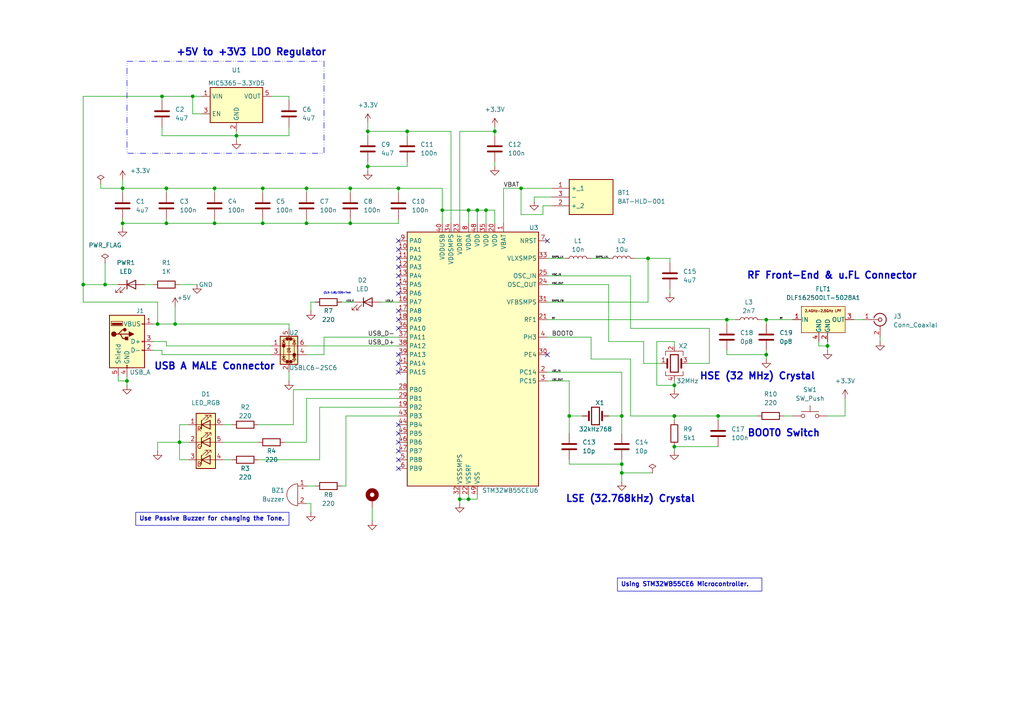
<source format=kicad_sch>
(kicad_sch (version 20231120) (generator "eeschema") (generator_version "8.0")
  (paper "A4")
  (title_block (title "Programmable RGB and Buzzer with USB") (date "2024-07-05") (rev "v.01") (company "Vaibhav Nrupnarayan"))
  (lib_symbols
    (symbol "Connector:Conn_Coaxial" (pin_names (offset 1.016) hide)
      (property "Reference" "J" (at 0.254 3.048 0))
      (property "Value" "Conn_Coaxial" (at 2.921 0 90))
      (symbol "Conn_Coaxial_1_1"
        (pin passive line (at -5.08 0 0) (length 2.54) (name "In") (number "1"))
        (pin passive line (at 0 -5.08 90) (length 2.54) (name "Ext") (number "2"))
      )
    )
    (symbol "Connector:USB_A" (pin_names (offset 1.016))
      (property "Reference" "J" (at -5.08 11.43 0))
      (property "Value" "USB_A" (at -5.08 8.89 0))
      (symbol "USB_A_1_1"
        (pin power_in line (at 7.62 5.08 180) (length 2.54) (name "VBUS") (number "1"))
        (pin bidirectional line (at 7.62 -2.54 180) (length 2.54) (name "D-") (number "2"))
        (pin bidirectional line (at 7.62 0 180) (length 2.54) (name "D+") (number "3"))
        (pin power_in line (at 0 -10.16 90) (length 2.54) (name "GND") (number "4"))
        (pin passive line (at -2.54 -10.16 90) (length 2.54) (name "Shield") (number "5"))
      )
    )
    (symbol "Device:Buzzer" (pin_names (offset 0.0254) hide)
      (property "Reference" "BZ" (at 3.81 1.27 0))
      (property "Value" "Buzzer" (at 3.81 -1.27 0))
      (symbol "Buzzer_1_1"
        (pin passive line (at -2.54 2.54 0) (length 2.54) (name "+") (number "1"))
        (pin passive line (at -2.54 -2.54 0) (length 2.54) (name "-") (number "2"))
      )
    )
    (symbol "Device:C" (pin_numbers hide) (pin_names (offset 0.254))
      (property "Reference" "C" (at 0.635 2.54 0))
      (property "Value" "C" (at 0.635 -2.54 0))
      (symbol "C_1_1"
        (pin passive line (at 0 3.81 270) (length 2.794) (name "~") (number "1"))
        (pin passive line (at 0 -3.81 90) (length 2.794) (name "~") (number "2"))
      )
    )
    (symbol "Device:Crystal" (pin_numbers hide) (pin_names (offset 1.016) hide)
      (property "Reference" "Y" (at 0 3.81 0))
      (property "Value" "Crystal" (at 0 -3.81 0))
      (symbol "Crystal_1_1"
        (pin passive line (at -3.81 0 0) (length 1.27) (name "1") (number "1"))
        (pin passive line (at 3.81 0 180) (length 1.27) (name "2") (number "2"))
      )
    )
    (symbol "Device:Crystal_GND24" (pin_names (offset 1.016) hide)
      (property "Reference" "Y" (at 3.175 5.08 0))
      (property "Value" "Crystal_GND24" (at 3.175 3.175 0))
      (symbol "Crystal_GND24_1_1"
        (pin passive line (at -3.81 0 0) (length 1.27) (name "1") (number "1"))
        (pin passive line (at 0 5.08 270) (length 1.27) (name "2") (number "2"))
        (pin passive line (at 3.81 0 180) (length 1.27) (name "3") (number "3"))
        (pin passive line (at 0 -5.08 90) (length 1.27) (name "4") (number "4"))
      )
    )
    (symbol "Device:L" (pin_numbers hide) (pin_names (offset 1.016) hide)
      (property "Reference" "L" (at -1.27 0 90))
      (property "Value" "L" (at 1.905 0 90))
      (symbol "L_1_1"
        (pin passive line (at 0 3.81 270) (length 1.27) (name "1") (number "1"))
        (pin passive line (at 0 -3.81 90) (length 1.27) (name "2") (number "2"))
      )
    )
    (symbol "Device:LED" (pin_numbers hide) (pin_names (offset 1.016) hide)
      (property "Reference" "D" (at 0 2.54 0))
      (property "Value" "LED" (at 0 -2.54 0))
      (symbol "LED_1_1"
        (pin passive line (at -3.81 0 0) (length 2.54) (name "K") (number "1"))
        (pin passive line (at 3.81 0 180) (length 2.54) (name "A") (number "2"))
      )
    )
    (symbol "Device:LED_RGB" (pin_names (offset 0) hide)
      (property "Reference" "D" (at 0 9.398 0))
      (property "Value" "LED_RGB" (at 0 -8.89 0))
      (symbol "LED_RGB_0_0"
        (text "B" (at -1.905 -6.35 0) (effects (font (size 1.27 1.27))))
        (text "G" (at -1.905 -1.27 0) (effects (font (size 1.27 1.27))))
        (text "R" (at -1.905 3.81 0) (effects (font (size 1.27 1.27))))
      )
      (symbol "LED_RGB_1_1"
        (pin passive line (at -5.08 5.08 0) (length 2.54) (name "RK") (number "1"))
        (pin passive line (at -5.08 0 0) (length 2.54) (name "GK") (number "2"))
        (pin passive line (at -5.08 -5.08 0) (length 2.54) (name "BK") (number "3"))
        (pin passive line (at 5.08 -5.08 180) (length 2.54) (name "BA") (number "4"))
        (pin passive line (at 5.08 0 180) (length 2.54) (name "GA") (number "5"))
        (pin passive line (at 5.08 5.08 180) (length 2.54) (name "RA") (number "6"))
      )
    )
    (symbol "Device:R" (pin_numbers hide) (pin_names (offset 0))
      (property "Reference" "R" (at 2.032 0 90))
      (property "Value" "R" (at 0 0 90))
      (symbol "R_1_1"
        (pin passive line (at 0 3.81 270) (length 1.27) (name "~") (number "1"))
        (pin passive line (at 0 -3.81 90) (length 1.27) (name "~") (number "2"))
      )
    )
    (symbol "MCU_ST_STM32WB:STM32WB55CEUx"
      (property "Reference" "U" (at -17.78 39.37 0))
      (property "Value" "STM32WB55CEUx" (at 12.7 39.37 0))
      (symbol "STM32WB55CEUx_1_1"
        (pin power_in line (at -7.62 40.64 270) (length 2.54) (name "VBAT") (number "1"))
        (pin bidirectional line (at 22.86 33.02 180) (length 2.54) (name "PA1") (number "10"))
        (pin bidirectional line (at 22.86 30.48 180) (length 2.54) (name "PA2") (number "11"))
        (pin bidirectional line (at 22.86 27.94 180) (length 2.54) (name "PA3") (number "12"))
        (pin bidirectional line (at 22.86 25.4 180) (length 2.54) (name "PA4") (number "13"))
        (pin bidirectional line (at 22.86 22.86 180) (length 2.54) (name "PA5") (number "14"))
        (pin bidirectional line (at 22.86 20.32 180) (length 2.54) (name "PA6") (number "15"))
        (pin bidirectional line (at 22.86 17.78 180) (length 2.54) (name "PA7") (number "16"))
        (pin bidirectional line (at 22.86 15.24 180) (length 2.54) (name "PA8") (number "17"))
        (pin bidirectional line (at 22.86 12.7 180) (length 2.54) (name "PA9") (number "18"))
        (pin bidirectional line (at 22.86 -12.7 180) (length 2.54) (name "PB2") (number "19"))
        (pin bidirectional line (at -20.32 -2.54 0) (length 2.54) (name "PC14") (number "2"))
        (pin power_in line (at -5.08 40.64 270) (length 2.54) (name "VDD") (number "20"))
        (pin bidirectional line (at -20.32 12.7 0) (length 2.54) (name "RF1") (number "21"))
        (pin power_in line (at 2.54 -38.1 90) (length 2.54) (name "VSSRF") (number "22"))
        (pin power_in line (at 5.08 40.64 270) (length 2.54) (name "VDDRF") (number "23"))
        (pin input line (at -20.32 22.86 0) (length 2.54) (name "OSC_OUT") (number "24"))
        (pin input line (at -20.32 25.4 0) (length 2.54) (name "OSC_IN") (number "25"))
        (pin no_connect line (at -17.78 -35.56 0) (length 2.54) hide (name "AT0") (number "26"))
        (pin no_connect line (at -17.78 -33.02 0) (length 2.54) hide (name "AT1") (number "27"))
        (pin bidirectional line (at 22.86 -7.62 180) (length 2.54) (name "PB0") (number "28"))
        (pin bidirectional line (at 22.86 -10.16 180) (length 2.54) (name "PB1") (number "29"))
        (pin bidirectional line (at -20.32 -5.08 0) (length 2.54) (name "PC15") (number "3"))
        (pin bidirectional line (at -20.32 2.54 0) (length 2.54) (name "PE4") (number "30"))
        (pin input line (at -20.32 17.78 0) (length 2.54) (name "VFBSMPS") (number "31"))
        (pin power_in line (at 5.08 -38.1 90) (length 2.54) (name "VSSSMPS") (number "32"))
        (pin power_in line (at -20.32 30.48 0) (length 2.54) (name "VLXSMPS") (number "33"))
        (pin power_in line (at 7.62 40.64 270) (length 2.54) (name "VDDSMPS") (number "34"))
        (pin power_in line (at -2.54 40.64 270) (length 2.54) (name "VDD") (number "35"))
        (pin bidirectional line (at 22.86 10.16 180) (length 2.54) (name "PA10") (number "36"))
        (pin bidirectional line (at 22.86 7.62 180) (length 2.54) (name "PA11") (number "37"))
        (pin bidirectional line (at 22.86 5.08 180) (length 2.54) (name "PA12") (number "38"))
        (pin bidirectional line (at 22.86 2.54 180) (length 2.54) (name "PA13") (number "39"))
        (pin bidirectional line (at -20.32 7.62 0) (length 2.54) (name "PH3") (number "4"))
        (pin power_in line (at 10.16 40.64 270) (length 2.54) (name "VDDUSB") (number "40"))
        (pin bidirectional line (at 22.86 0 180) (length 2.54) (name "PA14") (number "41"))
        (pin bidirectional line (at 22.86 -2.54 180) (length 2.54) (name "PA15") (number "42"))
        (pin bidirectional line (at 22.86 -15.24 180) (length 2.54) (name "PB3") (number "43"))
        (pin bidirectional line (at 22.86 -17.78 180) (length 2.54) (name "PB4") (number "44"))
        (pin bidirectional line (at 22.86 -20.32 180) (length 2.54) (name "PB5") (number "45"))
        (pin bidirectional line (at 22.86 -22.86 180) (length 2.54) (name "PB6") (number "46"))
        (pin bidirectional line (at 22.86 -25.4 180) (length 2.54) (name "PB7") (number "47"))
        (pin power_in line (at 0 40.64 270) (length 2.54) (name "VDD") (number "48"))
        (pin power_in line (at 0 -38.1 90) (length 2.54) (name "VSS") (number "49"))
        (pin bidirectional line (at 22.86 -27.94 180) (length 2.54) (name "PB8") (number "5"))
        (pin bidirectional line (at 22.86 -30.48 180) (length 2.54) (name "PB9") (number "6"))
        (pin input line (at -20.32 35.56 0) (length 2.54) (name "NRST") (number "7"))
        (pin power_in line (at 2.54 40.64 270) (length 2.54) (name "VDDA") (number "8"))
        (pin bidirectional line (at 22.86 35.56 180) (length 2.54) (name "PA0") (number "9"))
      )
    )
    (symbol "Mechanical:MountingHole_Pad" (pin_numbers hide) (pin_names (offset 1.016) hide) (exclude_from_sim yes) (in_bom no)
      (property "Reference" "H" (at 0 6.35 0))
      (property "Value" "MountingHole_Pad" (at 0 4.445 0))
      (symbol "MountingHole_Pad_1_1"
        (pin input line (at 0 -2.54 90) (length 2.54) (name "1") (number "1"))
      )
    )
    (symbol "Power_Protection:USBLC6-2SC6" (pin_names hide)
      (property "Reference" "U" (at 0.635 5.715 0))
      (property "Value" "USBLC6-2SC6" (at 0.635 3.81 0))
      (symbol "USBLC6-2SC6_1_1"
        (pin passive line (at -5.08 0 0) (length 2.54) (name "I/O1") (number "1"))
        (pin passive line (at 0 -7.62 90) (length 2.54) (name "GND") (number "2"))
        (pin passive line (at -5.08 -2.54 0) (length 2.54) (name "I/O2") (number "3"))
        (pin passive line (at 5.08 -2.54 180) (length 2.54) (name "I/O2") (number "4"))
        (pin passive line (at 0 5.08 270) (length 2.54) (name "VBUS") (number "5"))
        (pin passive line (at 5.08 0 180) (length 2.54) (name "I/O1") (number "6"))
      )
    )
    (symbol "Regulator_Linear:MIC5365-3.3YD5"
      (property "Reference" "U" (at -7.62 6.35 0))
      (property "Value" "MIC5365-3.3YD5" (at 0 6.35 0))
      (symbol "MIC5365-3.3YD5_1_1"
        (pin power_in line (at -10.16 2.54 0) (length 2.54) (name "VIN") (number "1"))
        (pin power_in line (at 0 -7.62 90) (length 2.54) (name "GND") (number "2"))
        (pin input line (at -10.16 -2.54 0) (length 2.54) (name "EN") (number "3"))
        (pin no_connect line (at 7.62 -2.54 180) (length 2.54) hide (name "NC") (number "4"))
        (pin power_out line (at 10.16 2.54 180) (length 2.54) (name "VOUT") (number "5"))
      )
    )
    (symbol "STM32withBle_SchematicSymbol:DLF162500LT-5028A1" (pin_names (offset 0.0129))
      (property "Reference" "FLT1" (at 0 8.89 0))
      (property "Value" "DLF162500LT-5028A1" (at 0 6.35 0))
      (symbol "DLF162500LT-5028A1_0_0"
        (pin passive line (at -8.89 0 0) (length 2.54) (name "IN") (number "1"))
        (pin passive line (at 1.27 -6.35 90) (length 2.54) (name "GND") (number "2"))
        (pin passive line (at 8.89 0 180) (length 2.54) (name "OUT") (number "3"))
        (pin passive line (at -1.27 -6.35 90) (length 2.54) (name "GND") (number "4"))
      )
      (symbol "DLF162500LT-5028A1_1_1"
        (text "2.4GHz-2.5GHz LPF" (at 0 2.54 0) (effects (font (size 0.7 0.7))))
      )
    )
    (symbol "Switch:SW_Push" (pin_numbers hide) (pin_names (offset 1.016) hide)
      (property "Reference" "SW" (at 1.27 2.54 0))
      (property "Value" "SW_Push" (at 0 -1.524 0))
      (symbol "SW_Push_0_1"
        (pin passive line (at -5.08 0 0) (length 2.54) (name "1") (number "1"))
        (pin passive line (at 5.08 0 180) (length 2.54) (name "2") (number "2"))
      )
    )
    (symbol "battery Holder CR2032 001:BAT-HLD-001"
      (property "Reference" "BT" (at 19.05 7.62 0))
      (property "Value" "BAT-HLD-001" (at 19.05 5.08 0))
      (symbol "BAT-HLD-001_1_1"
        (pin passive line (at 0 0 0) (length 5.08) (name "+_1") (number "1"))
        (pin passive line (at 0 -5.08 0) (length 5.08) (name "+_2") (number "2"))
        (pin passive line (at 0 -2.54 0) (length 5.08) (name "-") (number "3"))
      )
    )
    (symbol "power:+3.3V" (power) (pin_numbers hide) (pin_names (offset 0) hide)
      (property "Value" "+3.3V" (at 0 3.556 0))
      (symbol "+3.3V_1_1"
        (pin power_in line (at 0 0 90) (length 0) (name "~") (number "1"))
      )
    )
    (symbol "power:GND" (power) (pin_numbers hide) (pin_names (offset 0) hide)
      (property "Value" "GND" (at 0 -3.81 0))
      (symbol "GND_1_1"
        (pin power_in line (at 0 0 270) (length 0) (name "~") (number "1"))
      )
    )
    (symbol "power:PWR_FLAG" (power) (pin_numbers hide) (pin_names (offset 0) hide)
      (property "Value" "PWR_FLAG" (at 0 3.81 0))
      (symbol "PWR_FLAG_0_0"
        (pin power_out line (at 0 0 90) (length 0) (name "~") (number "1"))
      )
    )
  )
  (junction (at 52.07 128.27))
  (junction (at 76.2 54.61))
  (junction (at 180.34 137.16))
  (junction (at 135.89 144.78))
  (junction (at 55.88 27.94))
  (junction (at 68.58 39.37))
  (junction (at 48.26 64.77))
  (junction (at 50.8 93.98))
  (junction (at 165.1 120.65))
  (junction (at 195.58 120.65))
  (junction (at 208.28 120.65))
  (junction (at 138.43 60.96))
  (junction (at 101.6 54.61))
  (junction (at 135.89 60.96))
  (junction (at 115.57 54.61))
  (junction (at 222.25 92.71))
  (junction (at 240.03 100.33))
  (junction (at 62.23 64.77))
  (junction (at 187.96 74.93))
  (junction (at 222.25 102.87))
  (junction (at 46.99 27.94))
  (junction (at 35.56 64.77))
  (junction (at 76.2 64.77))
  (junction (at 140.97 60.96))
  (junction (at 88.9 54.61))
  (junction (at 195.58 111.76))
  (junction (at 88.9 64.77))
  (junction (at 30.48 82.55))
  (junction (at 35.56 54.61))
  (junction (at 133.35 144.78))
  (junction (at 62.23 54.61))
  (junction (at 151.13 54.61))
  (junction (at 106.68 38.1))
  (junction (at 36.83 110.49))
  (junction (at 101.6 64.77))
  (junction (at 180.34 134.62))
  (junction (at 143.51 38.1))
  (junction (at 128.27 60.96))
  (junction (at 48.26 54.61))
  (junction (at 210.82 92.71))
  (junction (at 45.72 93.98))
  (junction (at 180.34 120.65))
  (junction (at 106.68 48.26))
  (junction (at 118.11 38.1))
  (junction (at 195.58 129.54))
  (junction (at 24.13 82.55))
  (no_connect (at 115.57 77.47))
  (no_connect (at 115.57 72.39))
  (no_connect (at 115.57 80.01))
  (no_connect (at 115.57 128.27))
  (no_connect (at 115.57 74.93))
  (no_connect (at 115.57 125.73))
  (no_connect (at 115.57 107.95))
  (no_connect (at 115.57 123.19))
  (no_connect (at 115.57 105.41))
  (no_connect (at 115.57 130.81))
  (no_connect (at 115.57 90.17))
  (no_connect (at 115.57 82.55))
  (no_connect (at 158.75 102.87))
  (no_connect (at 115.57 92.71))
  (no_connect (at 115.57 102.87))
  (no_connect (at 115.57 85.09))
  (no_connect (at 158.75 69.85))
  (no_connect (at 115.57 133.35))
  (no_connect (at 115.57 95.25))
  (no_connect (at 115.57 135.89))
  (no_connect (at 115.57 69.85))
  (wire (pts (xy 106.68 35.56) (xy 106.68 38.1)))
  (wire (pts (xy 48.26 100.33) (xy 78.74 100.33)))
  (wire (pts (xy 210.82 102.87) (xy 222.25 102.87)))
  (wire (pts (xy 187.96 74.93) (xy 184.15 74.93)))
  (wire (pts (xy 165.1 120.65) (xy 168.91 120.65)))
  (wire (pts (xy 74.93 133.35) (xy 92.71 133.35)))
  (wire (pts (xy 143.51 46.99) (xy 143.51 48.26)))
  (wire (pts (xy 54.61 123.19) (xy 52.07 123.19)))
  (wire (pts (xy 195.58 111.76) (xy 195.58 113.03)))
  (wire (pts (xy 35.56 54.61) (xy 48.26 54.61)))
  (wire (pts (xy 83.82 107.95) (xy 83.82 110.49)))
  (wire (pts (xy 76.2 54.61) (xy 88.9 54.61)))
  (wire (pts (xy 106.68 38.1) (xy 118.11 38.1)))
  (wire (pts (xy 44.45 101.6) (xy 46.99 101.6)))
  (wire (pts (xy 46.99 36.83) (xy 46.99 39.37)))
  (wire (pts (xy 91.44 87.63) (xy 90.17 87.63)))
  (wire (pts (xy 35.56 64.77) (xy 48.26 64.77)))
  (wire (pts (xy 76.2 64.77) (xy 62.23 64.77)))
  (wire (pts (xy 176.53 82.55) (xy 176.53 99.06)))
  (wire (pts (xy 58.42 27.94) (xy 55.88 27.94)))
  (wire (pts (xy 180.34 107.95) (xy 158.75 107.95)))
  (wire (pts (xy 146.05 54.61) (xy 146.05 64.77)))
  (wire (pts (xy 46.99 39.37) (xy 68.58 39.37)))
  (wire (pts (xy 171.45 74.93) (xy 176.53 74.93)))
  (wire (pts (xy 151.13 62.23) (xy 151.13 54.61)))
  (wire (pts (xy 88.9 63.5) (xy 88.9 64.77)))
  (wire (pts (xy 106.68 48.26) (xy 106.68 49.53)))
  (wire (pts (xy 208.28 121.92) (xy 208.28 120.65)))
  (wire (pts (xy 171.45 104.14) (xy 182.88 104.14)))
  (wire (pts (xy 62.23 55.88) (xy 62.23 54.61)))
  (wire (pts (xy 138.43 143.51) (xy 138.43 144.78)))
  (wire (pts (xy 133.35 38.1) (xy 143.51 38.1)))
  (wire (pts (xy 158.75 74.93) (xy 163.83 74.93)))
  (wire (pts (xy 115.57 54.61) (xy 115.57 55.88)))
  (wire (pts (xy 88.9 140.97) (xy 91.44 140.97)))
  (wire (pts (xy 157.48 59.69) (xy 160.02 59.69)))
  (wire (pts (xy 135.89 60.96) (xy 128.27 60.96)))
  (wire (pts (xy 92.71 133.35) (xy 92.71 118.11)))
  (wire (pts (xy 171.45 97.79) (xy 171.45 104.14)))
  (wire (pts (xy 208.28 120.65) (xy 219.71 120.65)))
  (wire (pts (xy 247.65 92.71) (xy 250.19 92.71)))
  (wire (pts (xy 52.07 82.55) (xy 57.15 82.55)))
  (wire (pts (xy 99.06 87.63) (xy 102.87 87.63)))
  (wire (pts (xy 90.17 87.63) (xy 90.17 90.17)))
  (wire (pts (xy 62.23 64.77) (xy 48.26 64.77)))
  (wire (pts (xy 106.68 46.99) (xy 106.68 48.26)))
  (wire (pts (xy 45.72 87.63) (xy 45.72 93.98)))
  (wire (pts (xy 180.34 120.65) (xy 180.34 125.73)))
  (wire (pts (xy 44.45 99.06) (xy 48.26 99.06)))
  (wire (pts (xy 76.2 55.88) (xy 76.2 54.61)))
  (wire (pts (xy 180.34 133.35) (xy 180.34 134.62)))
  (wire (pts (xy 245.11 120.65) (xy 240.03 120.65)))
  (wire (pts (xy 205.74 105.41) (xy 199.39 105.41)))
  (wire (pts (xy 182.88 80.01) (xy 182.88 95.25)))
  (wire (pts (xy 154.94 57.15) (xy 160.02 57.15)))
  (wire (pts (xy 62.23 63.5) (xy 62.23 64.77)))
  (wire (pts (xy 35.56 63.5) (xy 35.56 64.77)))
  (wire (pts (xy 46.99 29.21) (xy 46.99 27.94)))
  (wire (pts (xy 100.33 140.97) (xy 100.33 120.65)))
  (wire (pts (xy 48.26 55.88) (xy 48.26 54.61)))
  (wire (pts (xy 64.77 133.35) (xy 67.31 133.35)))
  (wire (pts (xy 222.25 101.6) (xy 222.25 102.87)))
  (wire (pts (xy 101.6 63.5) (xy 101.6 64.77)))
  (wire (pts (xy 52.07 128.27) (xy 45.72 128.27)))
  (wire (pts (xy 41.91 82.55) (xy 44.45 82.55)))
  (wire (pts (xy 143.51 60.96) (xy 140.97 60.96)))
  (wire (pts (xy 143.51 64.77) (xy 143.51 60.96)))
  (wire (pts (xy 195.58 100.33) (xy 195.58 99.06)))
  (wire (pts (xy 186.69 105.41) (xy 191.77 105.41)))
  (wire (pts (xy 194.31 74.93) (xy 187.96 74.93)))
  (wire (pts (xy 186.69 99.06) (xy 186.69 105.41)))
  (wire (pts (xy 195.58 120.65) (xy 208.28 120.65)))
  (wire (pts (xy 154.94 57.15) (xy 154.94 58.42)))
  (wire (pts (xy 78.74 27.94) (xy 83.82 27.94)))
  (wire (pts (xy 50.8 88.9) (xy 50.8 93.98)))
  (wire (pts (xy 55.88 27.94) (xy 55.88 33.02)))
  (wire (pts (xy 133.35 144.78) (xy 133.35 146.05)))
  (wire (pts (xy 158.75 87.63) (xy 187.96 87.63)))
  (wire (pts (xy 88.9 54.61) (xy 101.6 54.61)))
  (wire (pts (xy 24.13 27.94) (xy 46.99 27.94)))
  (wire (pts (xy 82.55 128.27) (xy 88.9 128.27)))
  (wire (pts (xy 157.48 62.23) (xy 151.13 62.23)))
  (wire (pts (xy 210.82 93.98) (xy 210.82 92.71)))
  (wire (pts (xy 85.09 123.19) (xy 85.09 113.03)))
  (wire (pts (xy 222.25 92.71) (xy 229.87 92.71)))
  (wire (pts (xy 58.42 33.02) (xy 55.88 33.02)))
  (wire (pts (xy 195.58 120.65) (xy 195.58 121.92)))
  (wire (pts (xy 135.89 143.51) (xy 135.89 144.78)))
  (wire (pts (xy 83.82 93.98) (xy 83.82 95.25)))
  (wire (pts (xy 176.53 99.06) (xy 186.69 99.06)))
  (wire (pts (xy 143.51 39.37) (xy 143.51 38.1)))
  (wire (pts (xy 165.1 133.35) (xy 165.1 134.62)))
  (wire (pts (xy 62.23 54.61) (xy 76.2 54.61)))
  (wire (pts (xy 190.5 111.76) (xy 195.58 111.76)))
  (wire (pts (xy 165.1 110.49) (xy 158.75 110.49)))
  (wire (pts (xy 118.11 38.1) (xy 130.81 38.1)))
  (wire (pts (xy 151.13 54.61) (xy 160.02 54.61)))
  (wire (pts (xy 180.34 134.62) (xy 180.34 137.16)))
  (wire (pts (xy 195.58 110.49) (xy 195.58 111.76)))
  (wire (pts (xy 195.58 99.06) (xy 190.5 99.06)))
  (wire (pts (xy 85.09 113.03) (xy 115.57 113.03)))
  (wire (pts (xy 210.82 101.6) (xy 210.82 102.87)))
  (wire (pts (xy 180.34 137.16) (xy 189.23 137.16)))
  (wire (pts (xy 118.11 46.99) (xy 118.11 48.26)))
  (wire (pts (xy 115.57 63.5) (xy 115.57 64.77)))
  (wire (pts (xy 138.43 60.96) (xy 135.89 60.96)))
  (wire (pts (xy 165.1 134.62) (xy 180.34 134.62)))
  (wire (pts (xy 46.99 102.87) (xy 78.74 102.87)))
  (wire (pts (xy 240.03 99.06) (xy 240.03 100.33)))
  (wire (pts (xy 34.29 109.22) (xy 34.29 110.49)))
  (wire (pts (xy 106.68 48.26) (xy 118.11 48.26)))
  (wire (pts (xy 83.82 27.94) (xy 83.82 29.21)))
  (wire (pts (xy 135.89 64.77) (xy 135.89 60.96)))
  (wire (pts (xy 165.1 110.49) (xy 165.1 120.65)))
  (wire (pts (xy 194.31 83.82) (xy 194.31 85.09)))
  (wire (pts (xy 64.77 128.27) (xy 74.93 128.27)))
  (wire (pts (xy 45.72 87.63) (xy 24.13 87.63)))
  (wire (pts (xy 237.49 99.06) (xy 237.49 100.33)))
  (wire (pts (xy 34.29 110.49) (xy 36.83 110.49)))
  (wire (pts (xy 101.6 54.61) (xy 115.57 54.61)))
  (wire (pts (xy 36.83 110.49) (xy 36.83 111.76)))
  (wire (pts (xy 30.48 82.55) (xy 34.29 82.55)))
  (wire (pts (xy 157.48 59.69) (xy 157.48 62.23)))
  (wire (pts (xy 52.07 133.35) (xy 52.07 128.27)))
  (wire (pts (xy 158.75 92.71) (xy 210.82 92.71)))
  (wire (pts (xy 106.68 39.37) (xy 106.68 38.1)))
  (wire (pts (xy 128.27 60.96) (xy 128.27 64.77)))
  (wire (pts (xy 88.9 100.33) (xy 115.57 100.33)))
  (wire (pts (xy 101.6 54.61) (xy 101.6 55.88)))
  (wire (pts (xy 222.25 102.87) (xy 222.25 104.14)))
  (wire (pts (xy 255.27 97.79) (xy 255.27 99.06)))
  (wire (pts (xy 48.26 99.06) (xy 48.26 100.33)))
  (wire (pts (xy 194.31 76.2) (xy 194.31 74.93)))
  (wire (pts (xy 222.25 92.71) (xy 222.25 93.98)))
  (wire (pts (xy 88.9 54.61) (xy 88.9 55.88)))
  (wire (pts (xy 180.34 137.16) (xy 180.34 139.7)))
  (wire (pts (xy 165.1 120.65) (xy 165.1 125.73)))
  (wire (pts (xy 92.71 118.11) (xy 115.57 118.11)))
  (wire (pts (xy 101.6 64.77) (xy 115.57 64.77)))
  (wire (pts (xy 64.77 123.19) (xy 67.31 123.19)))
  (wire (pts (xy 68.58 38.1) (xy 68.58 39.37)))
  (wire (pts (xy 54.61 128.27) (xy 52.07 128.27)))
  (wire (pts (xy 48.26 63.5) (xy 48.26 64.77)))
  (wire (pts (xy 140.97 60.96) (xy 138.43 60.96)))
  (wire (pts (xy 158.75 80.01) (xy 182.88 80.01)))
  (wire (pts (xy 182.88 120.65) (xy 195.58 120.65)))
  (wire (pts (xy 118.11 39.37) (xy 118.11 38.1)))
  (wire (pts (xy 240.03 100.33) (xy 240.03 101.6)))
  (wire (pts (xy 88.9 102.87) (xy 93.98 102.87)))
  (wire (pts (xy 146.05 54.61) (xy 151.13 54.61)))
  (wire (pts (xy 180.34 107.95) (xy 180.34 120.65)))
  (wire (pts (xy 158.75 82.55) (xy 176.53 82.55)))
  (wire (pts (xy 99.06 140.97) (xy 100.33 140.97)))
  (wire (pts (xy 100.33 120.65) (xy 115.57 120.65)))
  (wire (pts (xy 135.89 144.78) (xy 133.35 144.78)))
  (wire (pts (xy 29.21 54.61) (xy 35.56 54.61)))
  (wire (pts (xy 93.98 102.87) (xy 93.98 97.79)))
  (wire (pts (xy 220.98 92.71) (xy 222.25 92.71)))
  (wire (pts (xy 45.72 93.98) (xy 50.8 93.98)))
  (wire (pts (xy 88.9 128.27) (xy 88.9 115.57)))
  (wire (pts (xy 74.93 123.19) (xy 85.09 123.19)))
  (wire (pts (xy 195.58 129.54) (xy 195.58 130.81)))
  (wire (pts (xy 46.99 101.6) (xy 46.99 102.87)))
  (wire (pts (xy 29.21 53.34) (xy 29.21 54.61)))
  (wire (pts (xy 24.13 82.55) (xy 30.48 82.55)))
  (wire (pts (xy 245.11 115.57) (xy 245.11 120.65)))
  (wire (pts (xy 237.49 100.33) (xy 240.03 100.33)))
  (wire (pts (xy 83.82 39.37) (xy 68.58 39.37)))
  (wire (pts (xy 90.17 146.05) (xy 90.17 148.59)))
  (wire (pts (xy 138.43 144.78) (xy 135.89 144.78)))
  (wire (pts (xy 50.8 93.98) (xy 83.82 93.98)))
  (wire (pts (xy 93.98 97.79) (xy 115.57 97.79)))
  (wire (pts (xy 36.83 109.22) (xy 36.83 110.49)))
  (wire (pts (xy 88.9 146.05) (xy 90.17 146.05)))
  (wire (pts (xy 182.88 95.25) (xy 205.74 95.25)))
  (wire (pts (xy 158.75 97.79) (xy 171.45 97.79)))
  (wire (pts (xy 55.88 27.94) (xy 46.99 27.94)))
  (wire (pts (xy 45.72 128.27) (xy 45.72 130.81)))
  (wire (pts (xy 54.61 133.35) (xy 52.07 133.35)))
  (wire (pts (xy 107.95 147.32) (xy 107.95 151.13)))
  (wire (pts (xy 88.9 115.57) (xy 115.57 115.57)))
  (wire (pts (xy 143.51 36.83) (xy 143.51 38.1)))
  (wire (pts (xy 140.97 64.77) (xy 140.97 60.96)))
  (wire (pts (xy 128.27 54.61) (xy 128.27 60.96)))
  (wire (pts (xy 133.35 38.1) (xy 133.35 64.77)))
  (wire (pts (xy 190.5 99.06) (xy 190.5 111.76)))
  (wire (pts (xy 182.88 104.14) (xy 182.88 120.65)))
  (wire (pts (xy 35.56 55.88) (xy 35.56 54.61)))
  (wire (pts (xy 187.96 87.63) (xy 187.96 74.93)))
  (wire (pts (xy 52.07 123.19) (xy 52.07 128.27)))
  (wire (pts (xy 24.13 87.63) (xy 24.13 82.55)))
  (wire (pts (xy 195.58 129.54) (xy 208.28 129.54)))
  (wire (pts (xy 24.13 82.55) (xy 24.13 27.94)))
  (wire (pts (xy 76.2 63.5) (xy 76.2 64.77)))
  (wire (pts (xy 227.33 120.65) (xy 229.87 120.65)))
  (wire (pts (xy 101.6 64.77) (xy 88.9 64.77)))
  (wire (pts (xy 83.82 36.83) (xy 83.82 39.37)))
  (wire (pts (xy 44.45 93.98) (xy 45.72 93.98)))
  (wire (pts (xy 48.26 54.61) (xy 62.23 54.61)))
  (wire (pts (xy 210.82 92.71) (xy 213.36 92.71)))
  (wire (pts (xy 176.53 120.65) (xy 180.34 120.65)))
  (wire (pts (xy 130.81 38.1) (xy 130.81 64.77)))
  (wire (pts (xy 110.49 87.63) (xy 115.57 87.63)))
  (wire (pts (xy 115.57 54.61) (xy 128.27 54.61)))
  (wire (pts (xy 205.74 95.25) (xy 205.74 105.41)))
  (wire (pts (xy 76.2 64.77) (xy 88.9 64.77)))
  (wire (pts (xy 133.35 143.51) (xy 133.35 144.78)))
  (wire (pts (xy 35.56 64.77) (xy 35.56 66.04)))
  (wire (pts (xy 35.56 52.07) (xy 35.56 54.61)))
  (wire (pts (xy 138.43 64.77) (xy 138.43 60.96)))
  (wire (pts (xy 30.48 76.2) (xy 30.48 82.55)))
  (wire (pts (xy 68.58 39.37) (xy 68.58 40.64)))
  (rectangle (start 36.83 17.78) (end 93.98 44.45) (stroke (width 0) (type dash_dot_dot)))
  (text_box "Using STM32WB55CE6 Microcontroller.\n\n" (at 179.07 167.64 0) (size 41.91 3.81) (effects (font (size 1.27 1.27) (bold yes)) (justify left top)))
  (text_box "Use Passive Buzzer for changing the Tone." (at 39.37 148.59 0) (size 44.45 3.81) (effects (font (size 1.27 1.27) (thickness 0.254) (bold yes)) (justify left top)))
  (text "LSE (32.768kHz) Crystal\n" (at 182.88 144.78 0) (effects (font (size 2 2) (bold yes))))
  (text "(3.3-1.8)/220=7mA" (at 97.79 85.09 0) (effects (font (size 0.5 0.5))))
  (text "USB A MALE Connector\n\n" (at 62.23 107.95 0) (effects (font (size 2 2) (bold yes))))
  (text "BOOT0 Switch\n" (at 227.33 125.73 0) (effects (font (size 2 2) (bold yes))))
  (text "RF Front-End & u.FL Connector" (at 241.3 80.01 0) (effects (font (size 2 2) (bold yes))))
  (text "HSE (32 MHz) Crystal\n" (at 219.71 109.22 0) (effects (font (size 2 2) (bold yes))))
  (text "+5V to +3V3 LDO Regulator " (at 73.66 15.24 0) (effects (font (size 2 2) (thickness 0.4) (bold yes))))
  (label "HSC_OUT" (at 160.02 82.55 0) (effects (font (size 0.5 0.5))))
  (label "SMPS_LXL" (at 172.72 74.93 0) (effects (font (size 0.5 0.5))))
  (label "RF" (at 226.06 92.71 0) (effects (font (size 0.5 0.5))))
  (label "HSC_IN" (at 160.02 80.01 0) (effects (font (size 0.5 0.5))))
  (label "LED_A" (at 111.76 87.63 0) (effects (font (size 0.5 0.5))))
  (label "SMPS_FB" (at 160.02 87.63 0) (effects (font (size 0.5 0.5))))
  (label "LSE_OUT" (at 160.02 110.49 0) (effects (font (size 0.5 0.5))))
  (label "USB_D-" (at 106.68 97.79 0))
  (label "LED_K" (at 100.33 87.63 0) (effects (font (size 0.5 0.5))))
  (label "USB_D+" (at 106.68 100.33 0))
  (label "RF" (at 160.02 92.71 0) (effects (font (size 0.5 0.5))))
  (label "SMPS_LX" (at 160.02 74.93 0) (effects (font (size 0.5 0.5))))
  (label "LSE_IN" (at 160.02 107.95 0) (effects (font (size 0.5 0.5))))
  (label "VBAT" (at 146.05 54.61 0))
  (label "BOOT0" (at 160.02 97.79 0))
  (symbol (lib_id "power:GND") (at 35.56 66.04 0) (unit 1)
    (property "Reference" "#PWR02" (effects (hide yes)))
    (property "Value" "GND" (effects (hide yes)))
    (property "Description" "Power symbol creates a global label with name \"GND\" , ground" (effects (hide yes)))
  )
  (symbol (lib_id "Device:C") (at 106.68 43.18 0) (unit 1)
    (property "Reference" "C9" (at 110.49 41.9099 0) (effects (justify left)))
    (property "Value" "4u7" (at 110.49 44.4499 0) (effects (justify left)))
    (property "Footprint" "Capacitor_SMD:C_0805_2012Metric" (effects (hide yes)))
    (property "Description" "Unpolarized capacitor" (effects (hide yes)))
  )
  (symbol (lib_id "Device:C") (at 208.28 125.73 0) (unit 1)
    (property "Reference" "C17" (at 212.09 124.4599 0) (effects (justify left)))
    (property "Value" "100n" (at 212.09 126.9999 0) (effects (justify left)))
    (property "Footprint" "Capacitor_SMD:C_0805_2012Metric" (effects (hide yes)))
    (property "Description" "Unpolarized capacitor" (effects (hide yes)))
  )
  (symbol (lib_id "power:GND") (at 83.82 110.49 0) (mirror y) (unit 1)
    (property "Reference" "#PWR010" (effects (hide yes)))
    (property "Value" "GND" (effects (hide yes)))
    (property "Description" "Power symbol creates a global label with name \"GND\" , ground" (effects (hide yes)))
  )
  (symbol (lib_id "Device:LED_RGB") (at 59.69 128.27 0) (unit 1)
    (property "Reference" "D1" (at 59.69 114.3 0))
    (property "Value" "LED_RGB" (at 59.69 116.84 0))
    (property "Footprint" "LED_SMD:LED_Inolux_IN-P55TATRGB_PLCC6_5.0x5.5mm_P1.8mm" (effects (hide yes)))
    (property "Description" "RGB LED, 6 pin package" (effects (hide yes)))
  )
  (symbol (lib_id "Device:C") (at 222.25 97.79 0) (unit 1)
    (property "Reference" "C19" (at 226.06 96.5199 0) (effects (justify left)))
    (property "Value" "0p8" (at 226.06 99.0599 0) (effects (justify left)))
    (property "Footprint" "Capacitor_SMD:C_0805_2012Metric" (effects (hide yes)))
    (property "Description" "Unpolarized capacitor" (effects (hide yes)))
  )
  (symbol (lib_id "power:GND") (at 222.25 104.14 0) (unit 1)
    (property "Reference" "#PWR024" (effects (hide yes)))
    (property "Value" "GND" (effects (hide yes)))
    (property "Description" "Power symbol creates a global label with name \"GND\" , ground" (effects (hide yes)))
  )
  (symbol (lib_id "power:PWR_FLAG") (at 30.48 76.2 0) (unit 1)
    (property "Reference" "#FLG02" (effects (hide yes)))
    (property "Value" "PWR_FLAG" (at 30.48 71.12 0))
    (property "Description" "Special symbol for telling ERC where power comes from" (effects (hide yes)))
  )
  (symbol (lib_id "power:GND") (at 194.31 85.09 0) (unit 1)
    (property "Reference" "#PWR020" (effects (hide yes)))
    (property "Value" "GND" (effects (hide yes)))
    (property "Description" "Power symbol creates a global label with name \"GND\" , ground" (effects (hide yes)))
  )
  (symbol (lib_id "Device:Crystal_GND24") (at 195.58 105.41 0) (unit 1)
    (property "Reference" "X2" (at 198.12 100.33 0))
    (property "Value" "32MHz" (at 199.39 110.49 0))
    (property "Footprint" "Crystal:Crystal_SMD_2016-4Pin_2.0x1.6mm" (effects (hide yes)))
    (property "Description" "Four pin crystal, GND on pins 2 and 4" (effects (hide yes)))
  )
  (symbol (lib_id "Device:LED") (at 38.1 82.55 0) (unit 1)
    (property "Reference" "PWR1" (at 36.5125 76.2 0))
    (property "Value" "LED" (at 36.5125 78.74 0))
    (property "Footprint" "LED_SMD:LED_0805_2012Metric" (effects (hide yes)))
    (property "Description" "Light emitting diode" (effects (hide yes)))
  )
  (symbol (lib_id "Device:R") (at 78.74 128.27 90) (unit 1)
    (property "Reference" "R4" (at 78.74 130.81 90))
    (property "Value" "220" (at 78.74 133.35 90))
    (property "Footprint" "Resistor_SMD:R_0805_2012Metric" (effects (hide yes)))
    (property "Description" "Resistor" (effects (hide yes)))
  )
  (symbol (lib_id "power:GND") (at 195.58 113.03 0) (unit 1)
    (property "Reference" "#PWR021" (effects (hide yes)))
    (property "Value" "GND" (effects (hide yes)))
    (property "Description" "Power symbol creates a global label with name \"GND\" , ground" (effects (hide yes)))
  )
  (symbol (lib_id "Device:R") (at 195.58 125.73 0) (unit 1)
    (property "Reference" "R9" (at 198.12 124.4599 0) (effects (justify left)))
    (property "Value" "5k1" (at 198.12 126.9999 0) (effects (justify left)))
    (property "Footprint" "Resistor_SMD:R_0805_2012Metric" (effects (hide yes)))
    (property "Description" "Resistor" (effects (hide yes)))
  )
  (symbol (lib_id "power:+3.3V") (at 35.56 52.07 0) (unit 1)
    (property "Reference" "#PWR01" (effects (hide yes)))
    (property "Value" "+3.3V" (at 40.64 49.53 0))
    (property "Description" "Power symbol creates a global label with name \"+3.3V\"" (effects (hide yes)))
  )
  (symbol (lib_id "Mechanical:MountingHole_Pad") (at 107.95 144.78 0) (unit 1) (exclude_from_sim yes) (in_bom no)
    (property "Reference" "H+1" (effects (hide yes)))
    (property "Value" "MountingHole_Pad" (effects (hide yes)))
    (property "Footprint" "MountingHole:MountingHole_3mm_Pad_Via" (effects (hide yes)))
    (property "Description" "Mounting Hole with connection" (effects (hide yes)))
  )
  (symbol (lib_id "Device:C") (at 88.9 59.69 0) (unit 1)
    (property "Reference" "C7" (at 92.71 58.4199 0) (effects (justify left)))
    (property "Value" "100n" (at 92.71 60.9599 0) (effects (justify left)))
    (property "Footprint" "Capacitor_SMD:C_0805_2012Metric" (effects (hide yes)))
    (property "Description" "Unpolarized capacitor" (effects (hide yes)))
  )
  (symbol (lib_id "Connector:Conn_Coaxial") (at 255.27 92.71 0) (unit 1)
    (property "Reference" "J3" (at 259.08 91.7331 0) (effects (justify left)))
    (property "Value" "Conn_Coaxial" (at 259.08 94.2731 0) (effects (justify left)))
    (property "Footprint" "Connector_Coaxial:U.FL_Hirose_U.FL-R-SMT-1_Vertical" (effects (hide yes)))
    (property "Description" "coaxial connector (BNC, SMA, SMB, SMC, Cinch/RCA, LEMO, ...)" (effects (hide yes)))
  )
  (symbol (lib_id "Device:L") (at 180.34 74.93 90) (unit 1)
    (property "Reference" "L2" (at 180.34 69.85 90))
    (property "Value" "10u" (at 180.34 72.39 90))
    (property "Footprint" "Inductor_SMD:L_0805_2012Metric" (effects (hide yes)))
    (property "Description" "Inductor" (effects (hide yes)))
  )
  (symbol (lib_id "power:GND") (at 133.35 146.05 0) (unit 1)
    (property "Reference" "#PWR016" (effects (hide yes)))
    (property "Value" "GND" (effects (hide yes)))
    (property "Description" "Power symbol creates a global label with name \"GND\" , ground" (effects (hide yes)))
  )
  (symbol (lib_id "power:+3.3V") (at 143.51 36.83 0) (unit 1)
    (property "Reference" "#PWR017" (effects (hide yes)))
    (property "Value" "+3.3V" (at 143.51 31.75 0))
    (property "Description" "Power symbol creates a global label with name \"+3.3V\"" (effects (hide yes)))
  )
  (symbol (lib_id "Device:C") (at 143.51 43.18 0) (unit 1)
    (property "Reference" "C12" (at 147.32 41.9099 0) (effects (justify left)))
    (property "Value" "100n" (at 147.32 44.4499 0) (effects (justify left)))
    (property "Footprint" "Capacitor_SMD:C_0805_2012Metric" (effects (hide yes)))
    (property "Description" "Unpolarized capacitor" (effects (hide yes)))
  )
  (symbol (lib_id "Connector:USB_A") (at 36.83 99.06 0) (unit 1) (in_bom no)
    (property "Reference" "J1" (at 40.64 90.17 0))
    (property "Value" "USB_A" (at 40.64 107.95 0))
    (property "Footprint" "custom_usbA_onPCB:USBonPCB" (effects (hide yes)))
    (property "Description" "USB Type A connector" (effects (hide yes)))
  )
  (symbol (lib_id "Device:C") (at 83.82 33.02 0) (unit 1)
    (property "Reference" "C6" (at 87.63 31.7499 0) (effects (justify left)))
    (property "Value" "4u7" (at 87.63 34.2899 0) (effects (justify left)))
    (property "Footprint" "Capacitor_SMD:C_0805_2012Metric" (effects (hide yes)))
    (property "Description" "Unpolarized capacitor" (effects (hide yes)))
  )
  (symbol (lib_id "Switch:SW_Push") (at 234.95 120.65 0) (unit 1)
    (property "Reference" "SW1" (at 234.95 113.03 0))
    (property "Value" "SW_Push" (at 234.95 115.57 0))
    (property "Footprint" "Button_Switch_SMD:SW_SPST_CK_RS282G05A3" (effects (hide yes)))
    (property "Description" "Push button switch, generic, two pins" (effects (hide yes)))
  )
  (symbol (lib_id "Device:Crystal") (at 172.72 120.65 0) (unit 1)
    (property "Reference" "X1" (at 173.99 116.84 0))
    (property "Value" "32kHz768" (at 172.72 124.46 0))
    (property "Footprint" "Crystal:Crystal_SMD_2012-2Pin_2.0x1.2mm" (effects (hide yes)))
    (property "Description" "Two pin crystal" (effects (hide yes)))
  )
  (symbol (lib_id "Device:C") (at 101.6 59.69 0) (unit 1)
    (property "Reference" "C8" (at 105.41 58.4199 0) (effects (justify left)))
    (property "Value" "100n" (at 105.41 60.9599 0) (effects (justify left)))
    (property "Footprint" "Capacitor_SMD:C_0805_2012Metric" (effects (hide yes)))
    (property "Description" "Unpolarized capacitor" (effects (hide yes)))
  )
  (symbol (lib_id "Power_Protection:USBLC6-2SC6") (at 83.82 100.33 0) (unit 1)
    (property "Reference" "U2" (at 83.82 96.52 0) (effects (justify left)))
    (property "Value" "USBLC6-2SC6" (at 83.82 106.68 0) (effects (justify left)))
    (property "Footprint" "Package_TO_SOT_SMD:SOT-23-6" (effects (hide yes)))
    (property "Datasheet" "https://www.st.com/resource/en/datasheet/usblc6-2.pdf" (effects (hide yes)))
    (property "Description" "Very low capacitance ESD protection diode, 2 data-line, SOT-23-6" (effects (hide yes)))
  )
  (symbol (lib_id "power:GND") (at 68.58 40.64 0) (unit 1)
    (property "Reference" "#PWR07" (effects (hide yes)))
    (property "Value" "GND" (effects (hide yes)))
    (property "Description" "Power symbol creates a global label with name \"GND\" , ground" (effects (hide yes)))
  )
  (symbol (lib_id "Device:C") (at 194.31 80.01 0) (unit 1)
    (property "Reference" "C15" (at 198.12 78.7399 0) (effects (justify left)))
    (property "Value" "4u7" (at 198.12 81.2799 0) (effects (justify left)))
    (property "Footprint" "Capacitor_SMD:C_0805_2012Metric" (effects (hide yes)))
    (property "Description" "Unpolarized capacitor" (effects (hide yes)))
  )
  (symbol (lib_id "Device:C") (at 48.26 59.69 0) (unit 1)
    (property "Reference" "C3" (at 52.07 58.4199 0) (effects (justify left)))
    (property "Value" "100n" (at 52.07 60.9599 0) (effects (justify left)))
    (property "Footprint" "Capacitor_SMD:C_0805_2012Metric" (effects (hide yes)))
    (property "Description" "Unpolarized capacitor" (effects (hide yes)))
  )
  (symbol (lib_id "Device:R") (at 95.25 140.97 90) (unit 1)
    (property "Reference" "R8" (at 95.25 143.51 90))
    (property "Value" "220" (at 95.25 146.05 90))
    (property "Footprint" "Resistor_SMD:R_0805_2012Metric" (effects (hide yes)))
    (property "Description" "Resistor" (effects (hide yes)))
  )
  (symbol (lib_id "power:+3.3V") (at 50.8 88.9 0) (unit 1)
    (property "Reference" "#PWR05" (effects (hide yes)))
    (property "Value" "+5V" (at 53.34 86.36 0))
    (property "Description" "Power symbol creates a global label with name \"+3.3V\"" (effects (hide yes)))
  )
  (symbol (lib_id "power:GND") (at 154.94 58.42 0) (unit 1)
    (property "Reference" "#PWR08" (effects (hide yes)))
    (property "Value" "GND" (effects (hide yes)))
    (property "Description" "Power symbol creates a global label with name \"GND\" , ground" (effects (hide yes)))
  )
  (symbol (lib_id "power:GND") (at 90.17 148.59 0) (mirror y) (unit 1)
    (property "Reference" "#PWR012" (effects (hide yes)))
    (property "Value" "GND" (effects (hide yes)))
    (property "Description" "Power symbol creates a global label with name \"GND\" , ground" (effects (hide yes)))
  )
  (symbol (lib_id "Device:R") (at 71.12 123.19 270) (mirror x) (unit 1)
    (property "Reference" "R2" (at 71.12 118.11 90))
    (property "Value" "220" (at 71.12 120.65 90))
    (property "Footprint" "Resistor_SMD:R_0805_2012Metric" (effects (hide yes)))
    (property "Description" "Resistor" (effects (hide yes)))
  )
  (symbol (lib_id "Device:C") (at 115.57 59.69 0) (unit 1)
    (property "Reference" "C10" (at 119.38 58.4199 0) (effects (justify left)))
    (property "Value" "100n" (at 119.38 60.9599 0) (effects (justify left)))
    (property "Footprint" "Capacitor_SMD:C_0805_2012Metric" (effects (hide yes)))
    (property "Description" "Unpolarized capacitor" (effects (hide yes)))
  )
  (symbol (lib_id "power:GND") (at 106.68 49.53 0) (unit 1)
    (property "Reference" "#PWR014" (effects (hide yes)))
    (property "Value" "GND" (effects (hide yes)))
    (property "Description" "Power symbol creates a global label with name \"GND\" , ground" (effects (hide yes)))
  )
  (symbol (lib_id "Device:C") (at 35.56 59.69 0) (unit 1)
    (property "Reference" "C1" (at 39.37 58.4199 0) (effects (justify left)))
    (property "Value" "4u7" (at 39.37 60.9599 0) (effects (justify left)))
    (property "Footprint" "Capacitor_SMD:C_0805_2012Metric" (effects (hide yes)))
    (property "Description" "Unpolarized capacitor" (effects (hide yes)))
  )
  (symbol (lib_id "power:+3.3V") (at 106.68 35.56 0) (unit 1)
    (property "Reference" "#PWR013" (effects (hide yes)))
    (property "Value" "+3.3V" (at 106.68 30.48 0))
    (property "Description" "Power symbol creates a global label with name \"+3.3V\"" (effects (hide yes)))
  )
  (symbol (lib_id "power:GND") (at 57.15 82.55 0) (unit 1)
    (property "Reference" "#PWR06" (effects (hide yes)))
    (property "Value" "GND" (at 59.69 82.55 0))
    (property "Description" "Power symbol creates a global label with name \"GND\" , ground" (effects (hide yes)))
  )
  (symbol (lib_id "Device:C") (at 46.99 33.02 0) (unit 1)
    (property "Reference" "C2" (at 50.8 31.7499 0) (effects (justify left)))
    (property "Value" "4u7" (at 50.8 34.2899 0) (effects (justify left)))
    (property "Footprint" "Capacitor_SMD:C_0805_2012Metric" (effects (hide yes)))
    (property "Description" "Unpolarized capacitor" (effects (hide yes)))
  )
  (symbol (lib_id "STM32withBle_SchematicSymbol:DLF162500LT-5028A1") (at 238.76 92.71 0) (unit 1)
    (property "Reference" "FLT1" (at 238.76 83.82 0))
    (property "Value" "DLF162500LT-5028A1" (at 238.76 86.36 0))
    (property "Footprint" "DLF162500LT-5028A1:DLF162500LT-5028A1" (effects (hide yes)))
  )
  (symbol (lib_id "power:PWR_FLAG") (at 189.23 137.16 0) (unit 1)
    (property "Reference" "#FLG03" (effects (hide yes)))
    (property "Value" "PWR_FLAG" (effects (hide yes)))
    (property "Description" "Special symbol for telling ERC where power comes from" (effects (hide yes)))
  )
  (symbol (lib_id "Device:LED") (at 106.68 87.63 0) (unit 1)
    (property "Reference" "D2" (at 105.0925 81.28 0))
    (property "Value" "LED" (at 105.0925 83.82 0))
    (property "Footprint" "LED_SMD:LED_0805_2012Metric" (effects (hide yes)))
    (property "Description" "Light emitting diode" (effects (hide yes)))
  )
  (symbol (lib_id "Device:C") (at 180.34 129.54 0) (unit 1)
    (property "Reference" "C14" (at 184.15 128.2699 0) (effects (justify left)))
    (property "Value" "10p" (at 184.15 130.8099 0) (effects (justify left)))
    (property "Footprint" "Capacitor_SMD:C_0805_2012Metric" (effects (hide yes)))
    (property "Description" "Unpolarized capacitor" (effects (hide yes)))
  )
  (symbol (lib_id "Device:C") (at 76.2 59.69 0) (unit 1)
    (property "Reference" "C5" (at 80.01 58.4199 0) (effects (justify left)))
    (property "Value" "100n" (at 80.01 60.9599 0) (effects (justify left)))
    (property "Footprint" "Capacitor_SMD:C_0805_2012Metric" (effects (hide yes)))
    (property "Description" "Unpolarized capacitor" (effects (hide yes)))
  )
  (symbol (lib_id "power:+3.3V") (at 245.11 115.57 0) (unit 1)
    (property "Reference" "#PWR026" (effects (hide yes)))
    (property "Value" "+3.3V" (at 245.11 110.49 0))
    (property "Description" "Power symbol creates a global label with name \"+3.3V\"" (effects (hide yes)))
  )
  (symbol (lib_id "power:GND") (at 240.03 101.6 0) (unit 1)
    (property "Reference" "#PWR025" (effects (hide yes)))
    (property "Value" "GND" (effects (hide yes)))
    (property "Description" "Power symbol creates a global label with name \"GND\" , ground" (effects (hide yes)))
  )
  (symbol (lib_id "power:GND") (at 195.58 130.81 0) (unit 1)
    (property "Reference" "#PWR022" (effects (hide yes)))
    (property "Value" "GND" (effects (hide yes)))
    (property "Description" "Power symbol creates a global label with name \"GND\" , ground" (effects (hide yes)))
  )
  (symbol (lib_id "power:GND") (at 107.95 151.13 0) (mirror y) (unit 1)
    (property "Reference" "#PWR015" (effects (hide yes)))
    (property "Value" "GND" (effects (hide yes)))
    (property "Description" "Power symbol creates a global label with name \"GND\" , ground" (effects (hide yes)))
  )
  (symbol (lib_id "Device:C") (at 165.1 129.54 0) (unit 1)
    (property "Reference" "C13" (at 168.91 128.27 0) (effects (justify left)))
    (property "Value" "10p" (at 168.91 130.81 0) (effects (justify left)))
    (property "Footprint" "Capacitor_SMD:C_0805_2012Metric" (effects (hide yes)))
    (property "Description" "Unpolarized capacitor" (effects (hide yes)))
  )
  (symbol (lib_id "Device:L") (at 167.64 74.93 90) (unit 1)
    (property "Reference" "L1" (at 167.64 69.85 90))
    (property "Value" "10n" (at 167.64 72.39 90))
    (property "Footprint" "Inductor_SMD:L_0805_2012Metric" (effects (hide yes)))
    (property "Description" "Inductor" (effects (hide yes)))
  )
  (symbol (lib_id "Device:C") (at 210.82 97.79 0) (unit 1)
    (property "Reference" "C18" (at 214.63 96.5199 0) (effects (justify left)))
    (property "Value" "0p8" (at 214.63 99.0599 0) (effects (justify left)))
    (property "Footprint" "Capacitor_SMD:C_0805_2012Metric" (effects (hide yes)))
    (property "Description" "Unpolarized capacitor" (effects (hide yes)))
  )
  (symbol (lib_id "power:GND") (at 90.17 90.17 0) (unit 1)
    (property "Reference" "#PWR011" (effects (hide yes)))
    (property "Value" "GND" (effects (hide yes)))
    (property "Description" "Power symbol creates a global label with name \"GND\" , ground" (effects (hide yes)))
  )
  (symbol (lib_id "power:GND") (at 36.83 111.76 0) (mirror y) (unit 1)
    (property "Reference" "#PWR03" (effects (hide yes)))
    (property "Value" "GND" (effects (hide yes)))
    (property "Description" "Power symbol creates a global label with name \"GND\" , ground" (effects (hide yes)))
  )
  (symbol (lib_id "Device:R") (at 95.25 87.63 90) (unit 1)
    (property "Reference" "R7" (at 95.25 90.17 90))
    (property "Value" "220" (at 95.25 92.71 90))
    (property "Footprint" "Resistor_SMD:R_0805_2012Metric" (effects (hide yes)))
    (property "Description" "Resistor" (effects (hide yes)))
  )
  (symbol (lib_id "Device:C") (at 118.11 43.18 0) (unit 1)
    (property "Reference" "C11" (at 121.92 41.9099 0) (effects (justify left)))
    (property "Value" "100n" (at 121.92 44.4499 0) (effects (justify left)))
    (property "Footprint" "Capacitor_SMD:C_0805_2012Metric" (effects (hide yes)))
    (property "Description" "Unpolarized capacitor" (effects (hide yes)))
  )
  (symbol (lib_id "Device:R") (at 71.12 133.35 90) (unit 1)
    (property "Reference" "R3" (at 71.12 135.89 90))
    (property "Value" "220" (at 71.12 138.43 90))
    (property "Footprint" "Resistor_SMD:R_0805_2012Metric" (effects (hide yes)))
    (property "Description" "Resistor" (effects (hide yes)))
  )
  (symbol (lib_id "MCU_ST_STM32WB:STM32WB55CEUx") (at 138.43 105.41 0) (mirror y) (unit 1)
    (property "Reference" "U3" (at 156.21 66.04 0) (effects (justify left)))
    (property "Value" "STM32WB55CEU6" (at 156.21 142.24 0) (effects (justify left)))
    (property "Footprint" "Package_DFN_QFN:QFN-48-1EP_7x7mm_P0.5mm_EP5.6x5.6mm" (effects (hide yes)))
    (property "Datasheet" "https://www.st.com/resource/en/datasheet/stm32wb55ce.pdf" (effects (hide yes)))
    (property "Description" "STMicroelectronics Arm Cortex-M4 MCU, 512KB flash, 256KB RAM, 64 MHz, 1.71-3.6V, 30 GPIO, UFQFPN48" (effects (hide yes)))
  )
  (symbol (lib_id "power:GND") (at 180.34 139.7 0) (unit 1)
    (property "Reference" "#PWR019" (effects (hide yes)))
    (property "Value" "GND" (effects (hide yes)))
    (property "Description" "Power symbol creates a global label with name \"GND\" , ground" (effects (hide yes)))
  )
  (symbol (lib_id "Device:Buzzer") (at 86.36 143.51 0) (mirror y) (unit 1)
    (property "Reference" "BZ1" (at 82.55 142.2399 0) (effects (justify left)))
    (property "Value" "Buzzer" (at 82.55 144.7799 0) (effects (justify left)))
    (property "Footprint" "Buzzer_Beeper:Buzzer_CUI_CPT-9019S-SMT" (effects (hide yes)))
    (property "Description" "Buzzer, polarized" (effects (hide yes)))
  )
  (symbol (lib_id "Device:L") (at 217.17 92.71 90) (unit 1)
    (property "Reference" "L3" (at 217.17 87.63 90))
    (property "Value" "2n7" (at 217.17 90.17 90))
    (property "Footprint" "Inductor_SMD:L_0805_2012Metric" (effects (hide yes)))
    (property "Description" "Inductor" (effects (hide yes)))
  )
  (symbol (lib_id "power:GND") (at 255.27 99.06 0) (unit 1)
    (property "Reference" "#PWR027" (effects (hide yes)))
    (property "Value" "GND" (effects (hide yes)))
    (property "Description" "Power symbol creates a global label with name \"GND\" , ground" (effects (hide yes)))
  )
  (symbol (lib_id "Regulator_Linear:MIC5365-3.3YD5") (at 68.58 30.48 0) (unit 1)
    (property "Reference" "U1" (at 68.58 20.32 0))
    (property "Value" "MIC5365-3.3YD5" (at 68.58 24.13 0))
    (property "Footprint" "Package_TO_SOT_SMD:SOT-23-5" (effects (hide yes)))
    (property "Datasheet" "http://ww1.microchip.com/downloads/en/DeviceDoc/mic5365.pdf" (effects (hide yes)))
    (property "Description" "150mA Low-dropout Voltage Regulator, Vout 3.3V, Vin up to 5.5V, SOT-23-5" (effects (hide yes)))
  )
  (symbol (lib_id "power:GND") (at 45.72 130.81 0) (mirror y) (unit 1)
    (property "Reference" "#PWR04" (effects (hide yes)))
    (property "Value" "GND" (effects (hide yes)))
    (property "Description" "Power symbol creates a global label with name \"GND\" , ground" (effects (hide yes)))
  )
  (symbol (lib_id "power:GND") (at 143.51 48.26 0) (unit 1)
    (property "Reference" "#PWR018" (effects (hide yes)))
    (property "Value" "GND" (effects (hide yes)))
    (property "Description" "Power symbol creates a global label with name \"GND\" , ground" (effects (hide yes)))
  )
  (symbol (lib_id "Device:C") (at 62.23 59.69 0) (unit 1)
    (property "Reference" "C4" (at 66.04 58.4199 0) (effects (justify left)))
    (property "Value" "100n" (at 66.04 60.9599 0) (effects (justify left)))
    (property "Footprint" "Capacitor_SMD:C_0805_2012Metric" (effects (hide yes)))
    (property "Description" "Unpolarized capacitor" (effects (hide yes)))
  )
  (symbol (lib_id "Device:R") (at 48.26 82.55 90) (unit 1)
    (property "Reference" "R1" (at 48.26 76.2 90))
    (property "Value" "1K" (at 48.26 78.74 90))
    (property "Footprint" "Resistor_SMD:R_0805_2012Metric" (effects (hide yes)))
    (property "Description" "Resistor" (effects (hide yes)))
  )
  (symbol (lib_id "Device:R") (at 223.52 120.65 90) (unit 1)
    (property "Reference" "R10" (at 223.52 114.3 90))
    (property "Value" "220" (at 223.52 116.84 90))
    (property "Footprint" "Resistor_SMD:R_0805_2012Metric" (effects (hide yes)))
    (property "Description" "Resistor" (effects (hide yes)))
  )
  (symbol (lib_id "power:PWR_FLAG") (at 29.21 53.34 0) (unit 1)
    (property "Reference" "#FLG01" (effects (hide yes)))
    (property "Value" "PWR_FLAG" (effects (hide yes)))
    (property "Description" "Special symbol for telling ERC where power comes from" (effects (hide yes)))
  )
  (symbol (lib_id "battery Holder CR2032 001:BAT-HLD-001") (at 160.02 54.61 0) (unit 1)
    (property "Reference" "BT1" (at 179.07 55.8799 0) (effects (justify left)))
    (property "Value" "BAT-HLD-001" (at 179.07 58.4199 0) (effects (justify left)))
    (property "Footprint" "22BatteryHoldercoincell_S8411-45R:BATHLD001 CR2032" (effects (hide yes)))
    (property "Datasheet" "https://www.te.com/commerce/DocumentDelivery/DDEController?Action=showdoc&DocId=Customer+Drawing%7FC-BAT-HLD-001-xx%7FE%7Fpdf%7FEnglish%7FENG_CD_C-BAT-HLD-001-xx_E.pdf%7FBAT-HLD-001" (effects (hide yes)))
    (property "Description" "Battery Holders, CR2032, 1 Position, Horizontal, Nickel, PCB Mount Alignment, Power, -40  257 F [-40  125 C]" (effects (hide yes)))
    (property "Height" "4.3" (effects (hide yes)))
    (property "Mouser Part Number" "712-BAT-HLD-001" (effects (hide yes)))
    (property "Mouser Price/Stock" "https://www.mouser.co.uk/ProductDetail/TE-Connectivity-Linx-Technologies/BAT-HLD-001?qs=K5ta8V%252BWhta7hbVGfm4dqA%3D%3D" (effects (hide yes)))
    (property "Manufacturer_Name" "TE Connectivity" (effects (hide yes)))
    (property "Manufacturer_Part_Number" "BAT-HLD-001" (effects (hide yes)))
  )
)
</source>
